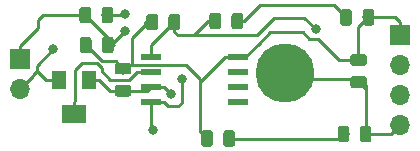
<source format=gbr>
G04 #@! TF.GenerationSoftware,KiCad,Pcbnew,(5.1.4)-1*
G04 #@! TF.CreationDate,2020-06-01T20:19:03-04:00*
G04 #@! TF.ProjectId,UniversalLM393,556e6976-6572-4736-916c-4c4d3339332e,rev?*
G04 #@! TF.SameCoordinates,Original*
G04 #@! TF.FileFunction,Copper,L1,Top*
G04 #@! TF.FilePolarity,Positive*
%FSLAX46Y46*%
G04 Gerber Fmt 4.6, Leading zero omitted, Abs format (unit mm)*
G04 Created by KiCad (PCBNEW (5.1.4)-1) date 2020-06-01 20:19:03*
%MOMM*%
%LPD*%
G04 APERTURE LIST*
%ADD10R,1.300000X1.600000*%
%ADD11R,2.000000X1.600000*%
%ADD12C,0.100000*%
%ADD13C,0.975000*%
%ADD14O,1.700000X1.700000*%
%ADD15R,1.700000X1.700000*%
%ADD16R,1.750000X0.550000*%
%ADD17C,0.800000*%
%ADD18C,5.000000*%
%ADD19C,0.250000*%
G04 APERTURE END LIST*
D10*
X134132000Y-98092600D03*
D11*
X135382000Y-100992600D03*
D10*
X136632000Y-98092600D03*
D12*
G36*
X140002342Y-98520574D02*
G01*
X140026003Y-98524084D01*
X140049207Y-98529896D01*
X140071729Y-98537954D01*
X140093353Y-98548182D01*
X140113870Y-98560479D01*
X140133083Y-98574729D01*
X140150807Y-98590793D01*
X140166871Y-98608517D01*
X140181121Y-98627730D01*
X140193418Y-98648247D01*
X140203646Y-98669871D01*
X140211704Y-98692393D01*
X140217516Y-98715597D01*
X140221026Y-98739258D01*
X140222200Y-98763150D01*
X140222200Y-99250650D01*
X140221026Y-99274542D01*
X140217516Y-99298203D01*
X140211704Y-99321407D01*
X140203646Y-99343929D01*
X140193418Y-99365553D01*
X140181121Y-99386070D01*
X140166871Y-99405283D01*
X140150807Y-99423007D01*
X140133083Y-99439071D01*
X140113870Y-99453321D01*
X140093353Y-99465618D01*
X140071729Y-99475846D01*
X140049207Y-99483904D01*
X140026003Y-99489716D01*
X140002342Y-99493226D01*
X139978450Y-99494400D01*
X139065950Y-99494400D01*
X139042058Y-99493226D01*
X139018397Y-99489716D01*
X138995193Y-99483904D01*
X138972671Y-99475846D01*
X138951047Y-99465618D01*
X138930530Y-99453321D01*
X138911317Y-99439071D01*
X138893593Y-99423007D01*
X138877529Y-99405283D01*
X138863279Y-99386070D01*
X138850982Y-99365553D01*
X138840754Y-99343929D01*
X138832696Y-99321407D01*
X138826884Y-99298203D01*
X138823374Y-99274542D01*
X138822200Y-99250650D01*
X138822200Y-98763150D01*
X138823374Y-98739258D01*
X138826884Y-98715597D01*
X138832696Y-98692393D01*
X138840754Y-98669871D01*
X138850982Y-98648247D01*
X138863279Y-98627730D01*
X138877529Y-98608517D01*
X138893593Y-98590793D01*
X138911317Y-98574729D01*
X138930530Y-98560479D01*
X138951047Y-98548182D01*
X138972671Y-98537954D01*
X138995193Y-98529896D01*
X139018397Y-98524084D01*
X139042058Y-98520574D01*
X139065950Y-98519400D01*
X139978450Y-98519400D01*
X140002342Y-98520574D01*
X140002342Y-98520574D01*
G37*
D13*
X139522200Y-99006900D03*
D12*
G36*
X140002342Y-96645574D02*
G01*
X140026003Y-96649084D01*
X140049207Y-96654896D01*
X140071729Y-96662954D01*
X140093353Y-96673182D01*
X140113870Y-96685479D01*
X140133083Y-96699729D01*
X140150807Y-96715793D01*
X140166871Y-96733517D01*
X140181121Y-96752730D01*
X140193418Y-96773247D01*
X140203646Y-96794871D01*
X140211704Y-96817393D01*
X140217516Y-96840597D01*
X140221026Y-96864258D01*
X140222200Y-96888150D01*
X140222200Y-97375650D01*
X140221026Y-97399542D01*
X140217516Y-97423203D01*
X140211704Y-97446407D01*
X140203646Y-97468929D01*
X140193418Y-97490553D01*
X140181121Y-97511070D01*
X140166871Y-97530283D01*
X140150807Y-97548007D01*
X140133083Y-97564071D01*
X140113870Y-97578321D01*
X140093353Y-97590618D01*
X140071729Y-97600846D01*
X140049207Y-97608904D01*
X140026003Y-97614716D01*
X140002342Y-97618226D01*
X139978450Y-97619400D01*
X139065950Y-97619400D01*
X139042058Y-97618226D01*
X139018397Y-97614716D01*
X138995193Y-97608904D01*
X138972671Y-97600846D01*
X138951047Y-97590618D01*
X138930530Y-97578321D01*
X138911317Y-97564071D01*
X138893593Y-97548007D01*
X138877529Y-97530283D01*
X138863279Y-97511070D01*
X138850982Y-97490553D01*
X138840754Y-97468929D01*
X138832696Y-97446407D01*
X138826884Y-97423203D01*
X138823374Y-97399542D01*
X138822200Y-97375650D01*
X138822200Y-96888150D01*
X138823374Y-96864258D01*
X138826884Y-96840597D01*
X138832696Y-96817393D01*
X138840754Y-96794871D01*
X138850982Y-96773247D01*
X138863279Y-96752730D01*
X138877529Y-96733517D01*
X138893593Y-96715793D01*
X138911317Y-96699729D01*
X138930530Y-96685479D01*
X138951047Y-96673182D01*
X138972671Y-96662954D01*
X138995193Y-96654896D01*
X139018397Y-96649084D01*
X139042058Y-96645574D01*
X139065950Y-96644400D01*
X139978450Y-96644400D01*
X140002342Y-96645574D01*
X140002342Y-96645574D01*
G37*
D13*
X139522200Y-97131900D03*
D14*
X130810000Y-98856800D03*
D15*
X130810000Y-96316800D03*
D16*
X149292800Y-96164400D03*
X149292800Y-97434400D03*
X149292800Y-98704400D03*
X149292800Y-99974400D03*
X141892800Y-99974400D03*
X141892800Y-98704400D03*
X141892800Y-97434400D03*
X141892800Y-96164400D03*
D12*
G36*
X147592242Y-92392174D02*
G01*
X147615903Y-92395684D01*
X147639107Y-92401496D01*
X147661629Y-92409554D01*
X147683253Y-92419782D01*
X147703770Y-92432079D01*
X147722983Y-92446329D01*
X147740707Y-92462393D01*
X147756771Y-92480117D01*
X147771021Y-92499330D01*
X147783318Y-92519847D01*
X147793546Y-92541471D01*
X147801604Y-92563993D01*
X147807416Y-92587197D01*
X147810926Y-92610858D01*
X147812100Y-92634750D01*
X147812100Y-93547250D01*
X147810926Y-93571142D01*
X147807416Y-93594803D01*
X147801604Y-93618007D01*
X147793546Y-93640529D01*
X147783318Y-93662153D01*
X147771021Y-93682670D01*
X147756771Y-93701883D01*
X147740707Y-93719607D01*
X147722983Y-93735671D01*
X147703770Y-93749921D01*
X147683253Y-93762218D01*
X147661629Y-93772446D01*
X147639107Y-93780504D01*
X147615903Y-93786316D01*
X147592242Y-93789826D01*
X147568350Y-93791000D01*
X147080850Y-93791000D01*
X147056958Y-93789826D01*
X147033297Y-93786316D01*
X147010093Y-93780504D01*
X146987571Y-93772446D01*
X146965947Y-93762218D01*
X146945430Y-93749921D01*
X146926217Y-93735671D01*
X146908493Y-93719607D01*
X146892429Y-93701883D01*
X146878179Y-93682670D01*
X146865882Y-93662153D01*
X146855654Y-93640529D01*
X146847596Y-93618007D01*
X146841784Y-93594803D01*
X146838274Y-93571142D01*
X146837100Y-93547250D01*
X146837100Y-92634750D01*
X146838274Y-92610858D01*
X146841784Y-92587197D01*
X146847596Y-92563993D01*
X146855654Y-92541471D01*
X146865882Y-92519847D01*
X146878179Y-92499330D01*
X146892429Y-92480117D01*
X146908493Y-92462393D01*
X146926217Y-92446329D01*
X146945430Y-92432079D01*
X146965947Y-92419782D01*
X146987571Y-92409554D01*
X147010093Y-92401496D01*
X147033297Y-92395684D01*
X147056958Y-92392174D01*
X147080850Y-92391000D01*
X147568350Y-92391000D01*
X147592242Y-92392174D01*
X147592242Y-92392174D01*
G37*
D13*
X147324600Y-93091000D03*
D12*
G36*
X149467242Y-92392174D02*
G01*
X149490903Y-92395684D01*
X149514107Y-92401496D01*
X149536629Y-92409554D01*
X149558253Y-92419782D01*
X149578770Y-92432079D01*
X149597983Y-92446329D01*
X149615707Y-92462393D01*
X149631771Y-92480117D01*
X149646021Y-92499330D01*
X149658318Y-92519847D01*
X149668546Y-92541471D01*
X149676604Y-92563993D01*
X149682416Y-92587197D01*
X149685926Y-92610858D01*
X149687100Y-92634750D01*
X149687100Y-93547250D01*
X149685926Y-93571142D01*
X149682416Y-93594803D01*
X149676604Y-93618007D01*
X149668546Y-93640529D01*
X149658318Y-93662153D01*
X149646021Y-93682670D01*
X149631771Y-93701883D01*
X149615707Y-93719607D01*
X149597983Y-93735671D01*
X149578770Y-93749921D01*
X149558253Y-93762218D01*
X149536629Y-93772446D01*
X149514107Y-93780504D01*
X149490903Y-93786316D01*
X149467242Y-93789826D01*
X149443350Y-93791000D01*
X148955850Y-93791000D01*
X148931958Y-93789826D01*
X148908297Y-93786316D01*
X148885093Y-93780504D01*
X148862571Y-93772446D01*
X148840947Y-93762218D01*
X148820430Y-93749921D01*
X148801217Y-93735671D01*
X148783493Y-93719607D01*
X148767429Y-93701883D01*
X148753179Y-93682670D01*
X148740882Y-93662153D01*
X148730654Y-93640529D01*
X148722596Y-93618007D01*
X148716784Y-93594803D01*
X148713274Y-93571142D01*
X148712100Y-93547250D01*
X148712100Y-92634750D01*
X148713274Y-92610858D01*
X148716784Y-92587197D01*
X148722596Y-92563993D01*
X148730654Y-92541471D01*
X148740882Y-92519847D01*
X148753179Y-92499330D01*
X148767429Y-92480117D01*
X148783493Y-92462393D01*
X148801217Y-92446329D01*
X148820430Y-92432079D01*
X148840947Y-92419782D01*
X148862571Y-92409554D01*
X148885093Y-92401496D01*
X148908297Y-92395684D01*
X148931958Y-92392174D01*
X148955850Y-92391000D01*
X149443350Y-92391000D01*
X149467242Y-92392174D01*
X149467242Y-92392174D01*
G37*
D13*
X149199600Y-93091000D03*
D12*
G36*
X148781442Y-102348974D02*
G01*
X148805103Y-102352484D01*
X148828307Y-102358296D01*
X148850829Y-102366354D01*
X148872453Y-102376582D01*
X148892970Y-102388879D01*
X148912183Y-102403129D01*
X148929907Y-102419193D01*
X148945971Y-102436917D01*
X148960221Y-102456130D01*
X148972518Y-102476647D01*
X148982746Y-102498271D01*
X148990804Y-102520793D01*
X148996616Y-102543997D01*
X149000126Y-102567658D01*
X149001300Y-102591550D01*
X149001300Y-103504050D01*
X149000126Y-103527942D01*
X148996616Y-103551603D01*
X148990804Y-103574807D01*
X148982746Y-103597329D01*
X148972518Y-103618953D01*
X148960221Y-103639470D01*
X148945971Y-103658683D01*
X148929907Y-103676407D01*
X148912183Y-103692471D01*
X148892970Y-103706721D01*
X148872453Y-103719018D01*
X148850829Y-103729246D01*
X148828307Y-103737304D01*
X148805103Y-103743116D01*
X148781442Y-103746626D01*
X148757550Y-103747800D01*
X148270050Y-103747800D01*
X148246158Y-103746626D01*
X148222497Y-103743116D01*
X148199293Y-103737304D01*
X148176771Y-103729246D01*
X148155147Y-103719018D01*
X148134630Y-103706721D01*
X148115417Y-103692471D01*
X148097693Y-103676407D01*
X148081629Y-103658683D01*
X148067379Y-103639470D01*
X148055082Y-103618953D01*
X148044854Y-103597329D01*
X148036796Y-103574807D01*
X148030984Y-103551603D01*
X148027474Y-103527942D01*
X148026300Y-103504050D01*
X148026300Y-102591550D01*
X148027474Y-102567658D01*
X148030984Y-102543997D01*
X148036796Y-102520793D01*
X148044854Y-102498271D01*
X148055082Y-102476647D01*
X148067379Y-102456130D01*
X148081629Y-102436917D01*
X148097693Y-102419193D01*
X148115417Y-102403129D01*
X148134630Y-102388879D01*
X148155147Y-102376582D01*
X148176771Y-102366354D01*
X148199293Y-102358296D01*
X148222497Y-102352484D01*
X148246158Y-102348974D01*
X148270050Y-102347800D01*
X148757550Y-102347800D01*
X148781442Y-102348974D01*
X148781442Y-102348974D01*
G37*
D13*
X148513800Y-103047800D03*
D12*
G36*
X146906442Y-102348974D02*
G01*
X146930103Y-102352484D01*
X146953307Y-102358296D01*
X146975829Y-102366354D01*
X146997453Y-102376582D01*
X147017970Y-102388879D01*
X147037183Y-102403129D01*
X147054907Y-102419193D01*
X147070971Y-102436917D01*
X147085221Y-102456130D01*
X147097518Y-102476647D01*
X147107746Y-102498271D01*
X147115804Y-102520793D01*
X147121616Y-102543997D01*
X147125126Y-102567658D01*
X147126300Y-102591550D01*
X147126300Y-103504050D01*
X147125126Y-103527942D01*
X147121616Y-103551603D01*
X147115804Y-103574807D01*
X147107746Y-103597329D01*
X147097518Y-103618953D01*
X147085221Y-103639470D01*
X147070971Y-103658683D01*
X147054907Y-103676407D01*
X147037183Y-103692471D01*
X147017970Y-103706721D01*
X146997453Y-103719018D01*
X146975829Y-103729246D01*
X146953307Y-103737304D01*
X146930103Y-103743116D01*
X146906442Y-103746626D01*
X146882550Y-103747800D01*
X146395050Y-103747800D01*
X146371158Y-103746626D01*
X146347497Y-103743116D01*
X146324293Y-103737304D01*
X146301771Y-103729246D01*
X146280147Y-103719018D01*
X146259630Y-103706721D01*
X146240417Y-103692471D01*
X146222693Y-103676407D01*
X146206629Y-103658683D01*
X146192379Y-103639470D01*
X146180082Y-103618953D01*
X146169854Y-103597329D01*
X146161796Y-103574807D01*
X146155984Y-103551603D01*
X146152474Y-103527942D01*
X146151300Y-103504050D01*
X146151300Y-102591550D01*
X146152474Y-102567658D01*
X146155984Y-102543997D01*
X146161796Y-102520793D01*
X146169854Y-102498271D01*
X146180082Y-102476647D01*
X146192379Y-102456130D01*
X146206629Y-102436917D01*
X146222693Y-102419193D01*
X146240417Y-102403129D01*
X146259630Y-102388879D01*
X146280147Y-102376582D01*
X146301771Y-102366354D01*
X146324293Y-102358296D01*
X146347497Y-102352484D01*
X146371158Y-102348974D01*
X146395050Y-102347800D01*
X146882550Y-102347800D01*
X146906442Y-102348974D01*
X146906442Y-102348974D01*
G37*
D13*
X146638800Y-103047800D03*
D12*
G36*
X144133242Y-92493774D02*
G01*
X144156903Y-92497284D01*
X144180107Y-92503096D01*
X144202629Y-92511154D01*
X144224253Y-92521382D01*
X144244770Y-92533679D01*
X144263983Y-92547929D01*
X144281707Y-92563993D01*
X144297771Y-92581717D01*
X144312021Y-92600930D01*
X144324318Y-92621447D01*
X144334546Y-92643071D01*
X144342604Y-92665593D01*
X144348416Y-92688797D01*
X144351926Y-92712458D01*
X144353100Y-92736350D01*
X144353100Y-93648850D01*
X144351926Y-93672742D01*
X144348416Y-93696403D01*
X144342604Y-93719607D01*
X144334546Y-93742129D01*
X144324318Y-93763753D01*
X144312021Y-93784270D01*
X144297771Y-93803483D01*
X144281707Y-93821207D01*
X144263983Y-93837271D01*
X144244770Y-93851521D01*
X144224253Y-93863818D01*
X144202629Y-93874046D01*
X144180107Y-93882104D01*
X144156903Y-93887916D01*
X144133242Y-93891426D01*
X144109350Y-93892600D01*
X143621850Y-93892600D01*
X143597958Y-93891426D01*
X143574297Y-93887916D01*
X143551093Y-93882104D01*
X143528571Y-93874046D01*
X143506947Y-93863818D01*
X143486430Y-93851521D01*
X143467217Y-93837271D01*
X143449493Y-93821207D01*
X143433429Y-93803483D01*
X143419179Y-93784270D01*
X143406882Y-93763753D01*
X143396654Y-93742129D01*
X143388596Y-93719607D01*
X143382784Y-93696403D01*
X143379274Y-93672742D01*
X143378100Y-93648850D01*
X143378100Y-92736350D01*
X143379274Y-92712458D01*
X143382784Y-92688797D01*
X143388596Y-92665593D01*
X143396654Y-92643071D01*
X143406882Y-92621447D01*
X143419179Y-92600930D01*
X143433429Y-92581717D01*
X143449493Y-92563993D01*
X143467217Y-92547929D01*
X143486430Y-92533679D01*
X143506947Y-92521382D01*
X143528571Y-92511154D01*
X143551093Y-92503096D01*
X143574297Y-92497284D01*
X143597958Y-92493774D01*
X143621850Y-92492600D01*
X144109350Y-92492600D01*
X144133242Y-92493774D01*
X144133242Y-92493774D01*
G37*
D13*
X143865600Y-93192600D03*
D12*
G36*
X142258242Y-92493774D02*
G01*
X142281903Y-92497284D01*
X142305107Y-92503096D01*
X142327629Y-92511154D01*
X142349253Y-92521382D01*
X142369770Y-92533679D01*
X142388983Y-92547929D01*
X142406707Y-92563993D01*
X142422771Y-92581717D01*
X142437021Y-92600930D01*
X142449318Y-92621447D01*
X142459546Y-92643071D01*
X142467604Y-92665593D01*
X142473416Y-92688797D01*
X142476926Y-92712458D01*
X142478100Y-92736350D01*
X142478100Y-93648850D01*
X142476926Y-93672742D01*
X142473416Y-93696403D01*
X142467604Y-93719607D01*
X142459546Y-93742129D01*
X142449318Y-93763753D01*
X142437021Y-93784270D01*
X142422771Y-93803483D01*
X142406707Y-93821207D01*
X142388983Y-93837271D01*
X142369770Y-93851521D01*
X142349253Y-93863818D01*
X142327629Y-93874046D01*
X142305107Y-93882104D01*
X142281903Y-93887916D01*
X142258242Y-93891426D01*
X142234350Y-93892600D01*
X141746850Y-93892600D01*
X141722958Y-93891426D01*
X141699297Y-93887916D01*
X141676093Y-93882104D01*
X141653571Y-93874046D01*
X141631947Y-93863818D01*
X141611430Y-93851521D01*
X141592217Y-93837271D01*
X141574493Y-93821207D01*
X141558429Y-93803483D01*
X141544179Y-93784270D01*
X141531882Y-93763753D01*
X141521654Y-93742129D01*
X141513596Y-93719607D01*
X141507784Y-93696403D01*
X141504274Y-93672742D01*
X141503100Y-93648850D01*
X141503100Y-92736350D01*
X141504274Y-92712458D01*
X141507784Y-92688797D01*
X141513596Y-92665593D01*
X141521654Y-92643071D01*
X141531882Y-92621447D01*
X141544179Y-92600930D01*
X141558429Y-92581717D01*
X141574493Y-92563993D01*
X141592217Y-92547929D01*
X141611430Y-92533679D01*
X141631947Y-92521382D01*
X141653571Y-92511154D01*
X141676093Y-92503096D01*
X141699297Y-92497284D01*
X141722958Y-92493774D01*
X141746850Y-92492600D01*
X142234350Y-92492600D01*
X142258242Y-92493774D01*
X142258242Y-92493774D01*
G37*
D13*
X141990600Y-93192600D03*
D12*
G36*
X138515242Y-94424174D02*
G01*
X138538903Y-94427684D01*
X138562107Y-94433496D01*
X138584629Y-94441554D01*
X138606253Y-94451782D01*
X138626770Y-94464079D01*
X138645983Y-94478329D01*
X138663707Y-94494393D01*
X138679771Y-94512117D01*
X138694021Y-94531330D01*
X138706318Y-94551847D01*
X138716546Y-94573471D01*
X138724604Y-94595993D01*
X138730416Y-94619197D01*
X138733926Y-94642858D01*
X138735100Y-94666750D01*
X138735100Y-95579250D01*
X138733926Y-95603142D01*
X138730416Y-95626803D01*
X138724604Y-95650007D01*
X138716546Y-95672529D01*
X138706318Y-95694153D01*
X138694021Y-95714670D01*
X138679771Y-95733883D01*
X138663707Y-95751607D01*
X138645983Y-95767671D01*
X138626770Y-95781921D01*
X138606253Y-95794218D01*
X138584629Y-95804446D01*
X138562107Y-95812504D01*
X138538903Y-95818316D01*
X138515242Y-95821826D01*
X138491350Y-95823000D01*
X138003850Y-95823000D01*
X137979958Y-95821826D01*
X137956297Y-95818316D01*
X137933093Y-95812504D01*
X137910571Y-95804446D01*
X137888947Y-95794218D01*
X137868430Y-95781921D01*
X137849217Y-95767671D01*
X137831493Y-95751607D01*
X137815429Y-95733883D01*
X137801179Y-95714670D01*
X137788882Y-95694153D01*
X137778654Y-95672529D01*
X137770596Y-95650007D01*
X137764784Y-95626803D01*
X137761274Y-95603142D01*
X137760100Y-95579250D01*
X137760100Y-94666750D01*
X137761274Y-94642858D01*
X137764784Y-94619197D01*
X137770596Y-94595993D01*
X137778654Y-94573471D01*
X137788882Y-94551847D01*
X137801179Y-94531330D01*
X137815429Y-94512117D01*
X137831493Y-94494393D01*
X137849217Y-94478329D01*
X137868430Y-94464079D01*
X137888947Y-94451782D01*
X137910571Y-94441554D01*
X137933093Y-94433496D01*
X137956297Y-94427684D01*
X137979958Y-94424174D01*
X138003850Y-94423000D01*
X138491350Y-94423000D01*
X138515242Y-94424174D01*
X138515242Y-94424174D01*
G37*
D13*
X138247600Y-95123000D03*
D12*
G36*
X136640242Y-94424174D02*
G01*
X136663903Y-94427684D01*
X136687107Y-94433496D01*
X136709629Y-94441554D01*
X136731253Y-94451782D01*
X136751770Y-94464079D01*
X136770983Y-94478329D01*
X136788707Y-94494393D01*
X136804771Y-94512117D01*
X136819021Y-94531330D01*
X136831318Y-94551847D01*
X136841546Y-94573471D01*
X136849604Y-94595993D01*
X136855416Y-94619197D01*
X136858926Y-94642858D01*
X136860100Y-94666750D01*
X136860100Y-95579250D01*
X136858926Y-95603142D01*
X136855416Y-95626803D01*
X136849604Y-95650007D01*
X136841546Y-95672529D01*
X136831318Y-95694153D01*
X136819021Y-95714670D01*
X136804771Y-95733883D01*
X136788707Y-95751607D01*
X136770983Y-95767671D01*
X136751770Y-95781921D01*
X136731253Y-95794218D01*
X136709629Y-95804446D01*
X136687107Y-95812504D01*
X136663903Y-95818316D01*
X136640242Y-95821826D01*
X136616350Y-95823000D01*
X136128850Y-95823000D01*
X136104958Y-95821826D01*
X136081297Y-95818316D01*
X136058093Y-95812504D01*
X136035571Y-95804446D01*
X136013947Y-95794218D01*
X135993430Y-95781921D01*
X135974217Y-95767671D01*
X135956493Y-95751607D01*
X135940429Y-95733883D01*
X135926179Y-95714670D01*
X135913882Y-95694153D01*
X135903654Y-95672529D01*
X135895596Y-95650007D01*
X135889784Y-95626803D01*
X135886274Y-95603142D01*
X135885100Y-95579250D01*
X135885100Y-94666750D01*
X135886274Y-94642858D01*
X135889784Y-94619197D01*
X135895596Y-94595993D01*
X135903654Y-94573471D01*
X135913882Y-94551847D01*
X135926179Y-94531330D01*
X135940429Y-94512117D01*
X135956493Y-94494393D01*
X135974217Y-94478329D01*
X135993430Y-94464079D01*
X136013947Y-94451782D01*
X136035571Y-94441554D01*
X136058093Y-94433496D01*
X136081297Y-94427684D01*
X136104958Y-94424174D01*
X136128850Y-94423000D01*
X136616350Y-94423000D01*
X136640242Y-94424174D01*
X136640242Y-94424174D01*
G37*
D13*
X136372600Y-95123000D03*
D14*
X162991800Y-101930200D03*
X162991800Y-99390200D03*
X162991800Y-96850200D03*
D15*
X162991800Y-94310200D03*
D17*
X154589425Y-96210175D03*
X153263600Y-95661000D03*
X151937775Y-96210175D03*
X151388600Y-97536000D03*
X151937775Y-98861825D03*
X153263600Y-99411000D03*
X154589425Y-98861825D03*
X155138600Y-97536000D03*
D18*
X153263600Y-97536000D03*
D12*
G36*
X158463442Y-101967974D02*
G01*
X158487103Y-101971484D01*
X158510307Y-101977296D01*
X158532829Y-101985354D01*
X158554453Y-101995582D01*
X158574970Y-102007879D01*
X158594183Y-102022129D01*
X158611907Y-102038193D01*
X158627971Y-102055917D01*
X158642221Y-102075130D01*
X158654518Y-102095647D01*
X158664746Y-102117271D01*
X158672804Y-102139793D01*
X158678616Y-102162997D01*
X158682126Y-102186658D01*
X158683300Y-102210550D01*
X158683300Y-103123050D01*
X158682126Y-103146942D01*
X158678616Y-103170603D01*
X158672804Y-103193807D01*
X158664746Y-103216329D01*
X158654518Y-103237953D01*
X158642221Y-103258470D01*
X158627971Y-103277683D01*
X158611907Y-103295407D01*
X158594183Y-103311471D01*
X158574970Y-103325721D01*
X158554453Y-103338018D01*
X158532829Y-103348246D01*
X158510307Y-103356304D01*
X158487103Y-103362116D01*
X158463442Y-103365626D01*
X158439550Y-103366800D01*
X157952050Y-103366800D01*
X157928158Y-103365626D01*
X157904497Y-103362116D01*
X157881293Y-103356304D01*
X157858771Y-103348246D01*
X157837147Y-103338018D01*
X157816630Y-103325721D01*
X157797417Y-103311471D01*
X157779693Y-103295407D01*
X157763629Y-103277683D01*
X157749379Y-103258470D01*
X157737082Y-103237953D01*
X157726854Y-103216329D01*
X157718796Y-103193807D01*
X157712984Y-103170603D01*
X157709474Y-103146942D01*
X157708300Y-103123050D01*
X157708300Y-102210550D01*
X157709474Y-102186658D01*
X157712984Y-102162997D01*
X157718796Y-102139793D01*
X157726854Y-102117271D01*
X157737082Y-102095647D01*
X157749379Y-102075130D01*
X157763629Y-102055917D01*
X157779693Y-102038193D01*
X157797417Y-102022129D01*
X157816630Y-102007879D01*
X157837147Y-101995582D01*
X157858771Y-101985354D01*
X157881293Y-101977296D01*
X157904497Y-101971484D01*
X157928158Y-101967974D01*
X157952050Y-101966800D01*
X158439550Y-101966800D01*
X158463442Y-101967974D01*
X158463442Y-101967974D01*
G37*
D13*
X158195800Y-102666800D03*
D12*
G36*
X160338442Y-101967974D02*
G01*
X160362103Y-101971484D01*
X160385307Y-101977296D01*
X160407829Y-101985354D01*
X160429453Y-101995582D01*
X160449970Y-102007879D01*
X160469183Y-102022129D01*
X160486907Y-102038193D01*
X160502971Y-102055917D01*
X160517221Y-102075130D01*
X160529518Y-102095647D01*
X160539746Y-102117271D01*
X160547804Y-102139793D01*
X160553616Y-102162997D01*
X160557126Y-102186658D01*
X160558300Y-102210550D01*
X160558300Y-103123050D01*
X160557126Y-103146942D01*
X160553616Y-103170603D01*
X160547804Y-103193807D01*
X160539746Y-103216329D01*
X160529518Y-103237953D01*
X160517221Y-103258470D01*
X160502971Y-103277683D01*
X160486907Y-103295407D01*
X160469183Y-103311471D01*
X160449970Y-103325721D01*
X160429453Y-103338018D01*
X160407829Y-103348246D01*
X160385307Y-103356304D01*
X160362103Y-103362116D01*
X160338442Y-103365626D01*
X160314550Y-103366800D01*
X159827050Y-103366800D01*
X159803158Y-103365626D01*
X159779497Y-103362116D01*
X159756293Y-103356304D01*
X159733771Y-103348246D01*
X159712147Y-103338018D01*
X159691630Y-103325721D01*
X159672417Y-103311471D01*
X159654693Y-103295407D01*
X159638629Y-103277683D01*
X159624379Y-103258470D01*
X159612082Y-103237953D01*
X159601854Y-103216329D01*
X159593796Y-103193807D01*
X159587984Y-103170603D01*
X159584474Y-103146942D01*
X159583300Y-103123050D01*
X159583300Y-102210550D01*
X159584474Y-102186658D01*
X159587984Y-102162997D01*
X159593796Y-102139793D01*
X159601854Y-102117271D01*
X159612082Y-102095647D01*
X159624379Y-102075130D01*
X159638629Y-102055917D01*
X159654693Y-102038193D01*
X159672417Y-102022129D01*
X159691630Y-102007879D01*
X159712147Y-101995582D01*
X159733771Y-101985354D01*
X159756293Y-101977296D01*
X159779497Y-101971484D01*
X159803158Y-101967974D01*
X159827050Y-101966800D01*
X160314550Y-101966800D01*
X160338442Y-101967974D01*
X160338442Y-101967974D01*
G37*
D13*
X160070800Y-102666800D03*
D12*
G36*
X160564742Y-92087374D02*
G01*
X160588403Y-92090884D01*
X160611607Y-92096696D01*
X160634129Y-92104754D01*
X160655753Y-92114982D01*
X160676270Y-92127279D01*
X160695483Y-92141529D01*
X160713207Y-92157593D01*
X160729271Y-92175317D01*
X160743521Y-92194530D01*
X160755818Y-92215047D01*
X160766046Y-92236671D01*
X160774104Y-92259193D01*
X160779916Y-92282397D01*
X160783426Y-92306058D01*
X160784600Y-92329950D01*
X160784600Y-93242450D01*
X160783426Y-93266342D01*
X160779916Y-93290003D01*
X160774104Y-93313207D01*
X160766046Y-93335729D01*
X160755818Y-93357353D01*
X160743521Y-93377870D01*
X160729271Y-93397083D01*
X160713207Y-93414807D01*
X160695483Y-93430871D01*
X160676270Y-93445121D01*
X160655753Y-93457418D01*
X160634129Y-93467646D01*
X160611607Y-93475704D01*
X160588403Y-93481516D01*
X160564742Y-93485026D01*
X160540850Y-93486200D01*
X160053350Y-93486200D01*
X160029458Y-93485026D01*
X160005797Y-93481516D01*
X159982593Y-93475704D01*
X159960071Y-93467646D01*
X159938447Y-93457418D01*
X159917930Y-93445121D01*
X159898717Y-93430871D01*
X159880993Y-93414807D01*
X159864929Y-93397083D01*
X159850679Y-93377870D01*
X159838382Y-93357353D01*
X159828154Y-93335729D01*
X159820096Y-93313207D01*
X159814284Y-93290003D01*
X159810774Y-93266342D01*
X159809600Y-93242450D01*
X159809600Y-92329950D01*
X159810774Y-92306058D01*
X159814284Y-92282397D01*
X159820096Y-92259193D01*
X159828154Y-92236671D01*
X159838382Y-92215047D01*
X159850679Y-92194530D01*
X159864929Y-92175317D01*
X159880993Y-92157593D01*
X159898717Y-92141529D01*
X159917930Y-92127279D01*
X159938447Y-92114982D01*
X159960071Y-92104754D01*
X159982593Y-92096696D01*
X160005797Y-92090884D01*
X160029458Y-92087374D01*
X160053350Y-92086200D01*
X160540850Y-92086200D01*
X160564742Y-92087374D01*
X160564742Y-92087374D01*
G37*
D13*
X160297100Y-92786200D03*
D12*
G36*
X158689742Y-92087374D02*
G01*
X158713403Y-92090884D01*
X158736607Y-92096696D01*
X158759129Y-92104754D01*
X158780753Y-92114982D01*
X158801270Y-92127279D01*
X158820483Y-92141529D01*
X158838207Y-92157593D01*
X158854271Y-92175317D01*
X158868521Y-92194530D01*
X158880818Y-92215047D01*
X158891046Y-92236671D01*
X158899104Y-92259193D01*
X158904916Y-92282397D01*
X158908426Y-92306058D01*
X158909600Y-92329950D01*
X158909600Y-93242450D01*
X158908426Y-93266342D01*
X158904916Y-93290003D01*
X158899104Y-93313207D01*
X158891046Y-93335729D01*
X158880818Y-93357353D01*
X158868521Y-93377870D01*
X158854271Y-93397083D01*
X158838207Y-93414807D01*
X158820483Y-93430871D01*
X158801270Y-93445121D01*
X158780753Y-93457418D01*
X158759129Y-93467646D01*
X158736607Y-93475704D01*
X158713403Y-93481516D01*
X158689742Y-93485026D01*
X158665850Y-93486200D01*
X158178350Y-93486200D01*
X158154458Y-93485026D01*
X158130797Y-93481516D01*
X158107593Y-93475704D01*
X158085071Y-93467646D01*
X158063447Y-93457418D01*
X158042930Y-93445121D01*
X158023717Y-93430871D01*
X158005993Y-93414807D01*
X157989929Y-93397083D01*
X157975679Y-93377870D01*
X157963382Y-93357353D01*
X157953154Y-93335729D01*
X157945096Y-93313207D01*
X157939284Y-93290003D01*
X157935774Y-93266342D01*
X157934600Y-93242450D01*
X157934600Y-92329950D01*
X157935774Y-92306058D01*
X157939284Y-92282397D01*
X157945096Y-92259193D01*
X157953154Y-92236671D01*
X157963382Y-92215047D01*
X157975679Y-92194530D01*
X157989929Y-92175317D01*
X158005993Y-92157593D01*
X158023717Y-92141529D01*
X158042930Y-92127279D01*
X158063447Y-92114982D01*
X158085071Y-92104754D01*
X158107593Y-92096696D01*
X158130797Y-92090884D01*
X158154458Y-92087374D01*
X158178350Y-92086200D01*
X158665850Y-92086200D01*
X158689742Y-92087374D01*
X158689742Y-92087374D01*
G37*
D13*
X158422100Y-92786200D03*
D12*
G36*
X159941342Y-97783974D02*
G01*
X159965003Y-97787484D01*
X159988207Y-97793296D01*
X160010729Y-97801354D01*
X160032353Y-97811582D01*
X160052870Y-97823879D01*
X160072083Y-97838129D01*
X160089807Y-97854193D01*
X160105871Y-97871917D01*
X160120121Y-97891130D01*
X160132418Y-97911647D01*
X160142646Y-97933271D01*
X160150704Y-97955793D01*
X160156516Y-97978997D01*
X160160026Y-98002658D01*
X160161200Y-98026550D01*
X160161200Y-98514050D01*
X160160026Y-98537942D01*
X160156516Y-98561603D01*
X160150704Y-98584807D01*
X160142646Y-98607329D01*
X160132418Y-98628953D01*
X160120121Y-98649470D01*
X160105871Y-98668683D01*
X160089807Y-98686407D01*
X160072083Y-98702471D01*
X160052870Y-98716721D01*
X160032353Y-98729018D01*
X160010729Y-98739246D01*
X159988207Y-98747304D01*
X159965003Y-98753116D01*
X159941342Y-98756626D01*
X159917450Y-98757800D01*
X159004950Y-98757800D01*
X158981058Y-98756626D01*
X158957397Y-98753116D01*
X158934193Y-98747304D01*
X158911671Y-98739246D01*
X158890047Y-98729018D01*
X158869530Y-98716721D01*
X158850317Y-98702471D01*
X158832593Y-98686407D01*
X158816529Y-98668683D01*
X158802279Y-98649470D01*
X158789982Y-98628953D01*
X158779754Y-98607329D01*
X158771696Y-98584807D01*
X158765884Y-98561603D01*
X158762374Y-98537942D01*
X158761200Y-98514050D01*
X158761200Y-98026550D01*
X158762374Y-98002658D01*
X158765884Y-97978997D01*
X158771696Y-97955793D01*
X158779754Y-97933271D01*
X158789982Y-97911647D01*
X158802279Y-97891130D01*
X158816529Y-97871917D01*
X158832593Y-97854193D01*
X158850317Y-97838129D01*
X158869530Y-97823879D01*
X158890047Y-97811582D01*
X158911671Y-97801354D01*
X158934193Y-97793296D01*
X158957397Y-97787484D01*
X158981058Y-97783974D01*
X159004950Y-97782800D01*
X159917450Y-97782800D01*
X159941342Y-97783974D01*
X159941342Y-97783974D01*
G37*
D13*
X159461200Y-98270300D03*
D12*
G36*
X159941342Y-95908974D02*
G01*
X159965003Y-95912484D01*
X159988207Y-95918296D01*
X160010729Y-95926354D01*
X160032353Y-95936582D01*
X160052870Y-95948879D01*
X160072083Y-95963129D01*
X160089807Y-95979193D01*
X160105871Y-95996917D01*
X160120121Y-96016130D01*
X160132418Y-96036647D01*
X160142646Y-96058271D01*
X160150704Y-96080793D01*
X160156516Y-96103997D01*
X160160026Y-96127658D01*
X160161200Y-96151550D01*
X160161200Y-96639050D01*
X160160026Y-96662942D01*
X160156516Y-96686603D01*
X160150704Y-96709807D01*
X160142646Y-96732329D01*
X160132418Y-96753953D01*
X160120121Y-96774470D01*
X160105871Y-96793683D01*
X160089807Y-96811407D01*
X160072083Y-96827471D01*
X160052870Y-96841721D01*
X160032353Y-96854018D01*
X160010729Y-96864246D01*
X159988207Y-96872304D01*
X159965003Y-96878116D01*
X159941342Y-96881626D01*
X159917450Y-96882800D01*
X159004950Y-96882800D01*
X158981058Y-96881626D01*
X158957397Y-96878116D01*
X158934193Y-96872304D01*
X158911671Y-96864246D01*
X158890047Y-96854018D01*
X158869530Y-96841721D01*
X158850317Y-96827471D01*
X158832593Y-96811407D01*
X158816529Y-96793683D01*
X158802279Y-96774470D01*
X158789982Y-96753953D01*
X158779754Y-96732329D01*
X158771696Y-96709807D01*
X158765884Y-96686603D01*
X158762374Y-96662942D01*
X158761200Y-96639050D01*
X158761200Y-96151550D01*
X158762374Y-96127658D01*
X158765884Y-96103997D01*
X158771696Y-96080793D01*
X158779754Y-96058271D01*
X158789982Y-96036647D01*
X158802279Y-96016130D01*
X158816529Y-95996917D01*
X158832593Y-95979193D01*
X158850317Y-95963129D01*
X158869530Y-95948879D01*
X158890047Y-95936582D01*
X158911671Y-95926354D01*
X158934193Y-95918296D01*
X158957397Y-95912484D01*
X158981058Y-95908974D01*
X159004950Y-95907800D01*
X159917450Y-95907800D01*
X159941342Y-95908974D01*
X159941342Y-95908974D01*
G37*
D13*
X159461200Y-96395300D03*
D12*
G36*
X138469042Y-91884174D02*
G01*
X138492703Y-91887684D01*
X138515907Y-91893496D01*
X138538429Y-91901554D01*
X138560053Y-91911782D01*
X138580570Y-91924079D01*
X138599783Y-91938329D01*
X138617507Y-91954393D01*
X138633571Y-91972117D01*
X138647821Y-91991330D01*
X138660118Y-92011847D01*
X138670346Y-92033471D01*
X138678404Y-92055993D01*
X138684216Y-92079197D01*
X138687726Y-92102858D01*
X138688900Y-92126750D01*
X138688900Y-93039250D01*
X138687726Y-93063142D01*
X138684216Y-93086803D01*
X138678404Y-93110007D01*
X138670346Y-93132529D01*
X138660118Y-93154153D01*
X138647821Y-93174670D01*
X138633571Y-93193883D01*
X138617507Y-93211607D01*
X138599783Y-93227671D01*
X138580570Y-93241921D01*
X138560053Y-93254218D01*
X138538429Y-93264446D01*
X138515907Y-93272504D01*
X138492703Y-93278316D01*
X138469042Y-93281826D01*
X138445150Y-93283000D01*
X137957650Y-93283000D01*
X137933758Y-93281826D01*
X137910097Y-93278316D01*
X137886893Y-93272504D01*
X137864371Y-93264446D01*
X137842747Y-93254218D01*
X137822230Y-93241921D01*
X137803017Y-93227671D01*
X137785293Y-93211607D01*
X137769229Y-93193883D01*
X137754979Y-93174670D01*
X137742682Y-93154153D01*
X137732454Y-93132529D01*
X137724396Y-93110007D01*
X137718584Y-93086803D01*
X137715074Y-93063142D01*
X137713900Y-93039250D01*
X137713900Y-92126750D01*
X137715074Y-92102858D01*
X137718584Y-92079197D01*
X137724396Y-92055993D01*
X137732454Y-92033471D01*
X137742682Y-92011847D01*
X137754979Y-91991330D01*
X137769229Y-91972117D01*
X137785293Y-91954393D01*
X137803017Y-91938329D01*
X137822230Y-91924079D01*
X137842747Y-91911782D01*
X137864371Y-91901554D01*
X137886893Y-91893496D01*
X137910097Y-91887684D01*
X137933758Y-91884174D01*
X137957650Y-91883000D01*
X138445150Y-91883000D01*
X138469042Y-91884174D01*
X138469042Y-91884174D01*
G37*
D13*
X138201400Y-92583000D03*
D12*
G36*
X136594042Y-91884174D02*
G01*
X136617703Y-91887684D01*
X136640907Y-91893496D01*
X136663429Y-91901554D01*
X136685053Y-91911782D01*
X136705570Y-91924079D01*
X136724783Y-91938329D01*
X136742507Y-91954393D01*
X136758571Y-91972117D01*
X136772821Y-91991330D01*
X136785118Y-92011847D01*
X136795346Y-92033471D01*
X136803404Y-92055993D01*
X136809216Y-92079197D01*
X136812726Y-92102858D01*
X136813900Y-92126750D01*
X136813900Y-93039250D01*
X136812726Y-93063142D01*
X136809216Y-93086803D01*
X136803404Y-93110007D01*
X136795346Y-93132529D01*
X136785118Y-93154153D01*
X136772821Y-93174670D01*
X136758571Y-93193883D01*
X136742507Y-93211607D01*
X136724783Y-93227671D01*
X136705570Y-93241921D01*
X136685053Y-93254218D01*
X136663429Y-93264446D01*
X136640907Y-93272504D01*
X136617703Y-93278316D01*
X136594042Y-93281826D01*
X136570150Y-93283000D01*
X136082650Y-93283000D01*
X136058758Y-93281826D01*
X136035097Y-93278316D01*
X136011893Y-93272504D01*
X135989371Y-93264446D01*
X135967747Y-93254218D01*
X135947230Y-93241921D01*
X135928017Y-93227671D01*
X135910293Y-93211607D01*
X135894229Y-93193883D01*
X135879979Y-93174670D01*
X135867682Y-93154153D01*
X135857454Y-93132529D01*
X135849396Y-93110007D01*
X135843584Y-93086803D01*
X135840074Y-93063142D01*
X135838900Y-93039250D01*
X135838900Y-92126750D01*
X135840074Y-92102858D01*
X135843584Y-92079197D01*
X135849396Y-92055993D01*
X135857454Y-92033471D01*
X135867682Y-92011847D01*
X135879979Y-91991330D01*
X135894229Y-91972117D01*
X135910293Y-91954393D01*
X135928017Y-91938329D01*
X135947230Y-91924079D01*
X135967747Y-91911782D01*
X135989371Y-91901554D01*
X136011893Y-91893496D01*
X136035097Y-91887684D01*
X136058758Y-91884174D01*
X136082650Y-91883000D01*
X136570150Y-91883000D01*
X136594042Y-91884174D01*
X136594042Y-91884174D01*
G37*
D13*
X136326400Y-92583000D03*
D17*
X139674600Y-92532200D03*
X133629400Y-95504000D03*
X142036800Y-102311200D03*
X144500600Y-97993200D03*
X139700000Y-93954600D03*
X143611600Y-99314000D03*
X155829000Y-93776800D03*
D19*
X162433000Y-102489000D02*
X162991800Y-101930200D01*
X160070800Y-98879900D02*
X159461200Y-98270300D01*
X160070800Y-102666800D02*
X160070800Y-98879900D01*
X141892800Y-102167200D02*
X142036800Y-102311200D01*
X141892800Y-99974400D02*
X141892800Y-102167200D01*
X143017800Y-99974400D02*
X143348000Y-100304600D01*
X141892800Y-99974400D02*
X143017800Y-99974400D01*
X143348000Y-100304600D02*
X144221200Y-100304600D01*
X144500600Y-100025200D02*
X144500600Y-97993200D01*
X144221200Y-100304600D02*
X144500600Y-100025200D01*
X160070800Y-98879900D02*
X160070800Y-98496267D01*
X162255200Y-102666800D02*
X162991800Y-101930200D01*
X160070800Y-102666800D02*
X162255200Y-102666800D01*
X159209500Y-98018600D02*
X159461200Y-98270300D01*
X153212800Y-98018600D02*
X159209500Y-98018600D01*
X139623800Y-92583000D02*
X139674600Y-92532200D01*
X138201400Y-92583000D02*
X139623800Y-92583000D01*
X138247600Y-94504200D02*
X138247600Y-95123000D01*
X136326400Y-92583000D02*
X138247600Y-94504200D01*
X138247600Y-95123000D02*
X138760200Y-95123000D01*
X143002000Y-98704400D02*
X143611600Y-99314000D01*
X141892800Y-98704400D02*
X143002000Y-98704400D01*
X132765800Y-92583000D02*
X136326400Y-92583000D01*
X132334000Y-93014800D02*
X132765800Y-92583000D01*
X132334000Y-93692800D02*
X132334000Y-93014800D01*
X130810000Y-96316800D02*
X130810000Y-95216800D01*
X130810000Y-95216800D02*
X132334000Y-93692800D01*
X138531600Y-95123000D02*
X139700000Y-93954600D01*
X138247600Y-95123000D02*
X138531600Y-95123000D01*
X159461200Y-95807800D02*
X159461200Y-96395300D01*
X159461200Y-93622100D02*
X159461200Y-95807800D01*
X160297100Y-92786200D02*
X159461200Y-93622100D01*
X148167800Y-96164400D02*
X147431200Y-96901000D01*
X149292800Y-96164400D02*
X148167800Y-96164400D01*
X147431200Y-96901000D02*
X147370800Y-96901000D01*
X147370800Y-96901000D02*
X146024600Y-98247200D01*
X146024600Y-102433600D02*
X146638800Y-103047800D01*
X146024600Y-98247200D02*
X146024600Y-98348800D01*
X146024600Y-98348800D02*
X146024600Y-102433600D01*
X141403100Y-93192600D02*
X141990600Y-93192600D01*
X130699800Y-99052810D02*
X130567995Y-98921005D01*
X131131599Y-99484609D02*
X130699800Y-99052810D01*
X131929800Y-97737000D02*
X130810000Y-98856800D01*
X131929800Y-97737000D02*
X131929800Y-97660800D01*
X131929800Y-97660800D02*
X132232400Y-97358200D01*
X132966800Y-98092600D02*
X134132000Y-98092600D01*
X132232400Y-97358200D02*
X132966800Y-98092600D01*
X132232400Y-96901000D02*
X133629400Y-95504000D01*
X132232400Y-97358200D02*
X132232400Y-96901000D01*
X141292800Y-98704400D02*
X141892800Y-98704400D01*
X141590300Y-99006900D02*
X141892800Y-98704400D01*
X139522200Y-99006900D02*
X141590300Y-99006900D01*
X137532000Y-98092600D02*
X136632000Y-98092600D01*
X139522200Y-99006900D02*
X138446300Y-99006900D01*
X138446300Y-99006900D02*
X137532000Y-98092600D01*
X146024600Y-98018600D02*
X146024600Y-98348800D01*
X144840399Y-96834399D02*
X146024600Y-98018600D01*
X140319199Y-96834399D02*
X140319199Y-94503801D01*
X140319199Y-96834399D02*
X144840399Y-96834399D01*
X140173001Y-96834399D02*
X140319199Y-96834399D01*
X141403100Y-93419900D02*
X141403100Y-93192600D01*
X140319199Y-94503801D02*
X141403100Y-93419900D01*
X162991800Y-93210200D02*
X162991800Y-94310200D01*
X162567800Y-92786200D02*
X162991800Y-93210200D01*
X160297100Y-92786200D02*
X162567800Y-92786200D01*
X138910300Y-96520000D02*
X139522200Y-97131900D01*
X136372600Y-95123000D02*
X137769600Y-96520000D01*
X137769600Y-96520000D02*
X138910300Y-96520000D01*
X157837900Y-96395300D02*
X159461200Y-96395300D01*
X156032200Y-94589600D02*
X157837900Y-96395300D01*
X155270200Y-94589600D02*
X156032200Y-94589600D01*
X149892800Y-96164400D02*
X151035800Y-95021400D01*
X149292800Y-96164400D02*
X149892800Y-96164400D01*
X151035800Y-95021400D02*
X151035800Y-95014000D01*
X151035800Y-95014000D02*
X151993600Y-94056200D01*
X151993600Y-94056200D02*
X154736800Y-94056200D01*
X154736800Y-94056200D02*
X155270200Y-94589600D01*
X158068800Y-102793800D02*
X158195800Y-102666800D01*
X157814800Y-103047800D02*
X158195800Y-102666800D01*
X148513800Y-103047800D02*
X157814800Y-103047800D01*
X140767800Y-97434400D02*
X141892800Y-97434400D01*
X135382000Y-99942600D02*
X135432800Y-99891800D01*
X135382000Y-100992600D02*
X135382000Y-99942600D01*
X135432800Y-97256798D02*
X136017198Y-96672400D01*
X135432800Y-99891800D02*
X135432800Y-97256798D01*
X137285590Y-96672400D02*
X137717390Y-97104200D01*
X136017198Y-96672400D02*
X137285590Y-96672400D01*
X137717390Y-97104200D02*
X137717390Y-97356790D01*
X137717390Y-97356790D02*
X138455400Y-98094800D01*
X140724050Y-97434400D02*
X140767800Y-97434400D01*
X140063650Y-98094800D02*
X140724050Y-97434400D01*
X138455400Y-98094800D02*
X140063650Y-98094800D01*
X158371300Y-92837000D02*
X158422100Y-92786200D01*
X157865863Y-92229963D02*
X158422100Y-92786200D01*
X157397090Y-91761190D02*
X157865863Y-92229963D01*
X151116910Y-91761190D02*
X157397090Y-91761190D01*
X149787100Y-93091000D02*
X151116910Y-91761190D01*
X149199600Y-93091000D02*
X149787100Y-93091000D01*
X141892800Y-95165400D02*
X143865600Y-93192600D01*
X141892800Y-96164400D02*
X141892800Y-95165400D01*
X143865600Y-93992600D02*
X143865600Y-93192600D01*
X144157800Y-94284800D02*
X143865600Y-93992600D01*
X146737100Y-93091000D02*
X146610100Y-93218000D01*
X147324600Y-93091000D02*
X146737100Y-93091000D01*
X146608800Y-93218000D02*
X145542000Y-94284800D01*
X146610100Y-93218000D02*
X146608800Y-93218000D01*
X145542000Y-94284800D02*
X144157800Y-94284800D01*
X154889200Y-92837000D02*
X155829000Y-93776800D01*
X152349200Y-92837000D02*
X154889200Y-92837000D01*
X145542000Y-94284800D02*
X150901400Y-94284800D01*
X150901400Y-94284800D02*
X152349200Y-92837000D01*
M02*

</source>
